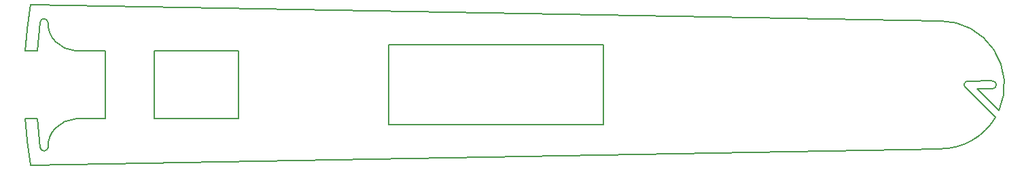
<source format=gm1>
G04 #@! TF.GenerationSoftware,KiCad,Pcbnew,5.0.0*
G04 #@! TF.CreationDate,2018-08-13T09:31:51+09:00*
G04 #@! TF.ProjectId,moids_infinity,6D6F6964735F696E66696E6974792E6B,rev?*
G04 #@! TF.SameCoordinates,Original*
G04 #@! TF.FileFunction,Profile,NP*
%FSLAX46Y46*%
G04 Gerber Fmt 4.6, Leading zero omitted, Abs format (unit mm)*
G04 Created by KiCad (PCBNEW 5.0.0) date Mon Aug 13 09:31:51 2018*
%MOMM*%
%LPD*%
G01*
G04 APERTURE LIST*
%ADD10C,0.200000*%
G04 APERTURE END LIST*
D10*
X84610908Y-109564809D02*
X84253636Y-105988842D01*
X84612673Y-109582054D02*
X84610908Y-109564809D01*
X98820242Y-106000000D02*
X98820242Y-97500000D01*
X109320242Y-106000000D02*
X98820242Y-106000000D01*
X86516795Y-96333709D02*
X86551031Y-96368755D01*
X86516794Y-96333709D02*
G75*
G02X85581040Y-93947497I2354245J2299803D01*
G01*
X85581040Y-109552503D02*
X85579674Y-109569863D01*
X85581041Y-109552502D02*
G75*
G02X86516795Y-107166291I3289998J86408D01*
G01*
X200220000Y-101283315D02*
X203248360Y-101257742D01*
X86551031Y-107131245D02*
X86516795Y-107166291D01*
X86551031Y-107131245D02*
G75*
G02X88994661Y-106003833I2697774J-2635388D01*
G01*
X84253636Y-97511158D02*
X84610908Y-93935191D01*
X203248361Y-101257742D02*
G75*
G02X203257688Y-102242258I14587J-492164D01*
G01*
X196755328Y-93750000D02*
G75*
G02X204085182Y-104955190I0J-8000000D01*
G01*
X154755328Y-96750000D02*
X154755328Y-106750000D01*
X128055328Y-96750000D02*
X154755328Y-96750000D01*
X154755328Y-106750000D02*
X128055328Y-106750000D01*
X83419188Y-111789405D02*
G75*
G02X82748480Y-106000000I61336140J10039405D01*
G01*
X84253636Y-105988842D02*
X82748480Y-106000000D01*
X92740242Y-106000000D02*
X88994661Y-106003833D01*
X92740242Y-97500000D02*
X92740242Y-106000000D01*
X82748480Y-97500000D02*
G75*
G02X83419188Y-91710595I62006848J-4250000D01*
G01*
X88994661Y-97496167D02*
X92740242Y-97500000D01*
X88994661Y-97496167D02*
G75*
G02X86551031Y-96368755I254144J3762800D01*
G01*
X196755328Y-93750000D02*
X83419188Y-91710595D01*
X128055328Y-106750000D02*
X128055328Y-96750000D01*
X203637946Y-105827937D02*
X199890004Y-102079996D01*
X203637946Y-105827937D02*
G75*
G02X196755328Y-109750000I-6882618J4077937D01*
G01*
X83419144Y-111789139D02*
X196755328Y-109750000D01*
X85579674Y-93930137D02*
X85581040Y-93947497D01*
X85101362Y-93482326D02*
G75*
G02X85579674Y-93930137I-6164J-485935D01*
G01*
X85101362Y-110017674D02*
G75*
G02X84612673Y-109582054I-6152J485020D01*
G01*
X85579673Y-109569863D02*
G75*
G02X85101362Y-110017673I-484475J38124D01*
G01*
X203257688Y-102242258D02*
X201372250Y-102242258D01*
X82748480Y-97500000D02*
X84253636Y-97511158D01*
X84612674Y-93917946D02*
G75*
G02X85101362Y-93482327I482536J-49400D01*
G01*
X84610908Y-93935191D02*
X84612673Y-93917946D01*
X201372250Y-102242258D02*
X204085182Y-104955190D01*
X109320242Y-97500000D02*
X109320242Y-106000000D01*
X98820242Y-97500000D02*
X109320242Y-97500000D01*
X199890004Y-102079996D02*
G75*
G02X200220000Y-101283315I329996J329996D01*
G01*
M02*

</source>
